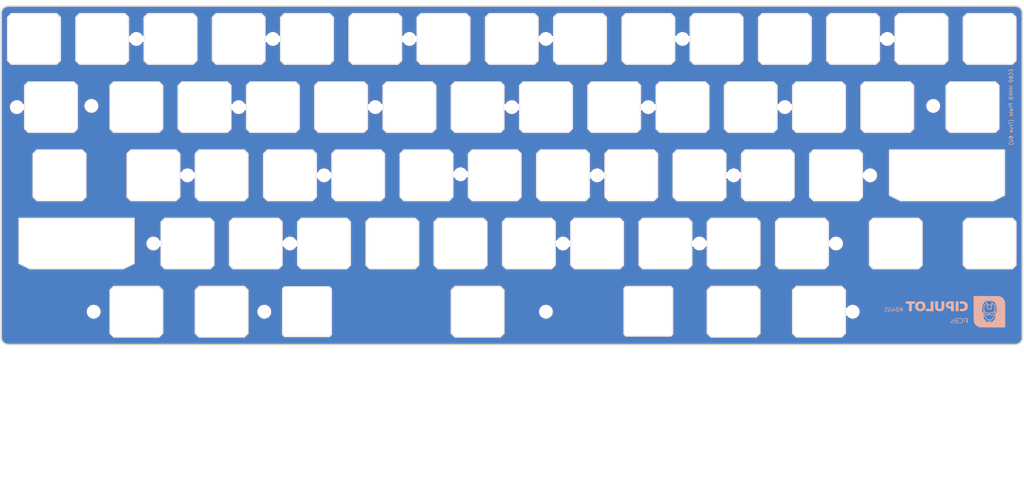
<source format=kicad_pcb>
(kicad_pcb (version 20211014) (generator pcbnew)
  (title_block (title "EC60 - HHKB Plate") (date "2022-07-17") (rev "1") (company "Cipulot  PCB Design") (comment 2 "Cipulot"))
  (layers (0 "F.Cu" signal) (31 "B.Cu" signal) (34 "B.Paste" user) (35 "F.Paste" user) (36 "B.SilkS" user "B.Silkscreen") (37 "F.SilkS" user "F.Silkscreen") (38 "B.Mask" user) (39 "F.Mask" user) (44 "Edge.Cuts" user))
  (net 0 "")
  (footprint "cipulot_parts:plate_cut_ecs_pad" (layer "F.Cu") (at 300.037704 189.30966)
    (fp_text reference "SW30")
    (fp_text value "EC_SW" hide)
    (fp_line (start -6.3 -7) (end -7.3 -6) (layer "Edge.Cuts") (width 0.12))
    (fp_line (start -7.3 -6) (end -7.3 6) (layer "Edge.Cuts") (width 0.12))
    (fp_line (start 6.3 -7) (end 7.3 -6) (layer "Edge.Cuts") (width 0.12))
    (fp_line (start 7.3 6) (end 7.3 -6) (layer "Edge.Cuts") (width 0.12))
    (fp_line (start -6.3 7) (end 6.3 7) (layer "Edge.Cuts") (width 0.12))
    (fp_line (start -7.3 6) (end -6.3 7) (layer "Edge.Cuts") (width 0.12))
    (fp_line (start 6.3 -7) (end -6.3 -7) (layer "Edge.Cuts") (width 0.12))
    (fp_line (start 6.3 7) (end 7.3 6) (layer "Edge.Cuts") (width 0.12))
  )
  (footprint "cipulot_parts:plate_cut_ecs_pad" (layer "F.Cu") (at 280.987704 132.15966)
    (fp_text reference "SW28")
    (fp_text value "EC_SW" hide)
    (fp_line (start 6.3 7) (end 7.3 6) (layer "Edge.Cuts") (width 0.12))
    (fp_line (start 6.3 -7) (end -6.3 -7) (layer "Edge.Cuts") (width 0.12))
    (fp_line (start -7.3 6) (end -6.3 7) (layer "Edge.Cuts") (width 0.12))
    (fp_line (start -7.3 -6) (end -7.3 6) (layer "Edge.Cuts") (width 0.12))
    (fp_line (start -6.3 -7) (end -7.3 -6) (layer "Edge.Cuts") (width 0.12))
    (fp_line (start 7.3 6) (end 7.3 -6) (layer "Edge.Cuts") (width 0.12))
    (fp_line (start 6.3 -7) (end 7.3 -6) (layer "Edge.Cuts") (width 0.12))
    (fp_line (start -6.3 7) (end 6.3 7) (layer "Edge.Cuts") (width 0.12))
  )
  (footprint "cipulot_parts:plate_cut_ecs_pad" (layer "F.Cu") (at 100.012704 113.10966)
    (fp_text reference "SW3")
    (fp_text value "EC_SW" hide)
    (fp_line (start 6.3 7) (end 7.3 6) (layer "Edge.Cuts") (width 0.12))
    (fp_line (start -7.3 -6) (end -7.3 6) (layer "Edge.Cuts") (width 0.12))
    (fp_line (start 6.3 -7) (end 7.3 -6) (layer "Edge.Cuts") (width 0.12))
    (fp_line (start 7.3 6) (end 7.3 -6) (layer "Edge.Cuts") (width 0.12))
    (fp_line (start -7.3 6) (end -6.3 7) (layer "Edge.Cuts") (width 0.12))
    (fp_line (start -6.3 -7) (end -7.3 -6) (layer "Edge.Cuts") (width 0.12))
    (fp_line (start 6.3 -7) (end -6.3 -7) (layer "Edge.Cuts") (width 0.12))
    (fp_line (start -6.3 7) (end 6.3 7) (layer "Edge.Cuts") (width 0.12))
  )
  (footprint "cipulot_parts:plate_cut_ecs_pad" (layer "F.Cu") (at 147.637704 132.15966)
    (fp_text reference "SW21")
    (fp_text value "EC_SW" hide)
    (fp_line (start 6.3 -7) (end -6.3 -7) (layer "Edge.Cuts") (width 0.12))
    (fp_line (start -7.3 -6) (end -7.3 6) (layer "Edge.Cuts") (width 0.12))
    (fp_line (start -7.3 6) (end -6.3 7) (layer "Edge.Cuts") (width 0.12))
    (fp_line (start 6.3 -7) (end 7.3 -6) (layer "Edge.Cuts") (width 0.12))
    (fp_line (start -6.3 -7) (end -7.3 -6) (layer "Edge.Cuts") (width 0.12))
    (fp_line (start -6.3 7) (end 6.3 7) (layer "Edge.Cuts") (width 0.12))
    (fp_line (start 7.3 6) (end 7.3 -6) (layer "Edge.Cuts") (width 0.12))
    (fp_line (start 6.3 7) (end 7.3 6) (layer "Edge.Cuts") (width 0.12))
  )
  (footprint "" (layer "F.Cu") (at 261.937704 113.10966)
    (fp_text reference "")
    (fp_text value "")
  )
  (footprint "cipulot_parts:plate_cut_ecs_pad" (layer "F.Cu") (at 271.462704 113.10966)
    (fp_text reference "SW12")
    (fp_text value "EC_SW" hide)
    (fp_line (start 6.3 -7) (end 7.3 -6) (layer "Edge.Cuts") (width 0.12))
    (fp_line (start -6.3 -7) (end -7.3 -6) (layer "Edge.Cuts") (width 0.12))
    (fp_line (start -7.3 -6) (end -7.3 6) (layer "Edge.Cuts") (width 0.12))
    (fp_line (start -7.3 6) (end -6.3 7) (layer "Edge.Cuts") (width 0.12))
    (fp_line (start -6.3 7) (end 6.3 7) (layer "Edge.Cuts") (width 0.12))
    (fp_line (start 6.3 -7) (end -6.3 -7) (layer "Edge.Cuts") (width 0.12))
    (fp_line (start 7.3 6) (end 7.3 -6) (layer "Edge.Cuts") (width 0.12))
    (fp_line (start 6.3 7) (end 7.3 6) (layer "Edge.Cuts") (width 0.12))
  )
  (footprint "cipulot_parts:plate_cut_ecs_pad" (layer "F.Cu") (at 109.537704 132.15966)
    (fp_text reference "SW19")
    (fp_text value "EC_SW" hide)
    (fp_line (start 6.3 -7) (end -6.3 -7) (layer "Edge.Cuts") (width 0.12))
    (fp_line (start 6.3 7) (end 7.3 6) (layer "Edge.Cuts") (width 0.12))
    (fp_line (start 6.3 -7) (end 7.3 -6) (layer "Edge.Cuts") (width 0.12))
    (fp_line (start -7.3 6) (end -6.3 7) (layer "Edge.Cuts") (width 0.12))
    (fp_line (start -6.3 -7) (end -7.3 -6) (layer "Edge.Cuts") (width 0.12))
    (fp_line (start -6.3 7) (end 6.3 7) (layer "Edge.Cuts") (width 0.12))
    (fp_line (start -7.3 -6) (end -7.3 6) (layer "Edge.Cuts") (width 0.12))
    (fp_line (start 7.3 6) (end 7.3 -6) (layer "Edge.Cuts") (width 0.12))
  )
  (footprint "cipulot_parts:plate_cut_ecs_pad" (layer "F.Cu") (at 214.312704 113.10966)
    (fp_text reference "SW9")
    (fp_text value "EC_SW" hide)
    (fp_line (start 6.3 -7) (end 7.3 -6) (layer "Edge.Cuts") (width 0.12))
    (fp_line (start -6.3 -7) (end -7.3 -6) (layer "Edge.Cuts") (width 0.12))
    (fp_line (start 6.3 -7) (end -6.3 -7) (layer "Edge.Cuts") (width 0.12))
    (fp_line (start -7.3 6) (end -6.3 7) (layer "Edge.Cuts") (width 0.12))
    (fp_line (start 6.3 7) (end 7.3 6) (layer "Edge.Cuts") (width 0.12))
    (fp_line (start 7.3 6) (end 7.3 -6) (layer "Edge.Cuts") (width 0.12))
    (fp_line (start -7.3 -6) (end -7.3 6) (layer "Edge.Cuts") (width 0.12))
    (fp_line (start -6.3 7) (end 6.3 7) (layer "Edge.Cuts") (width 0.12))
  )
  (footprint "" (layer "F.Cu") (at 252.412704 132.15966)
    (fp_text reference "")
    (fp_text value "")
  )
  (footprint "cipulot_parts:plate_cut_ecs_pad" (layer "F.Cu") (at 195.262704 113.10966)
    (fp_text reference "SW8")
    (fp_text value "EC_SW" hide)
    (fp_line (start -7.3 6) (end -6.3 7) (layer "Edge.Cuts") (width 0.12))
    (fp_line (start 7.3 6) (end 7.3 -6) (layer "Edge.Cuts") (width 0.12))
    (fp_line (start -6.3 -7) (end -7.3 -6) (layer "Edge.Cuts") (width 0.12))
    (fp_line (start -6.3 7) (end 6.3 7) (layer "Edge.Cuts") (width 0.12))
    (fp_line (start 6.3 -7) (end -6.3 -7) (layer "Edge.Cuts") (width 0.12))
    (fp_line (start 6.3 -7) (end 7.3 -6) (layer "Edge.Cuts") (width 0.12))
    (fp_line (start 6.3 7) (end 7.3 6) (layer "Edge.Cuts") (width 0.12))
    (fp_line (start -7.3 -6) (end -7.3 6) (layer "Edge.Cuts") (width 0.12))
  )
  (footprint "cipulot_parts:plate_cut_ecs_pad" (layer "F.Cu") (at 176.212704 113.10966)
    (fp_text reference "SW7")
    (fp_text value "EC_SW" hide)
    (fp_line (start 6.3 -7) (end 7.3 -6) (layer "Edge.Cuts") (width 0.12))
    (fp_line (start 6.3 -7) (end -6.3 -7) (layer "Edge.Cuts") (width 0.12))
    (fp_line (start 6.3 7) (end 7.3 6) (layer "Edge.Cuts") (width 0.12))
    (fp_line (start -6.3 -7) (end -7.3 -6) (layer "Edge.Cuts") (width 0.12))
    (fp_line (start -7.3 6) (end -6.3 7) (layer "Edge.Cuts") (width 0.12))
    (fp_line (start -6.3 7) (end 6.3 7) (layer "Edge.Cuts") (width 0.12))
    (fp_line (start 7.3 6) (end 7.3 -6) (layer "Edge.Cuts") (width 0.12))
    (fp_line (start -7.3 -6) (end -7.3 6) (layer "Edge.Cuts") (width 0.12))
  )
  (footprint "" (layer "F.Cu") (at 266.700204 170.25966)
    (fp_text reference "")
    (fp_text value "")
  )
  (footprint "cipulot_parts:plate_cut_ecs_pad" (layer "F.Cu") (at 209.550204 151.20966)
    (fp_text reference "SW39")
    (fp_text value "EC_SW" hide)
    (fp_line (start 6.3 7) (end 7.3 6) (layer "Edge.Cuts") (width 0.12))
    (fp_line (start -6.3 -7) (end -7.3 -6) (layer "Edge.Cuts") (width 0.12))
    (fp_line (start 7.3 6) (end 7.3 -6) (layer "Edge.Cuts") (width 0.12))
    (fp_line (start -7.3 -6) (end -7.3 6) (layer "Edge.Cuts") (width 0.12))
    (fp_line (start 6.3 -7) (end -6.3 -7) (layer "Edge.Cuts") (width 0.12))
    (fp_line (start 6.3 -7) (end 7.3 -6) (layer "Edge.Cuts") (width 0.12))
    (fp_line (start -7.3 6) (end -6.3 7) (layer "Edge.Cuts") (width 0.12))
    (fp_line (start -6.3 7) (end 6.3 7) (layer "Edge.Cuts") (width 0.12))
  )
  (footprint "cipulot_parts:plate_cut_ecs_pad" (layer "F.Cu") (at 266.700204 151.20966)
    (fp_text reference "SW42")
    (fp_text value "EC_SW" hide)
    (fp_line (start -6.3 7) (end 6.3 7) (layer "Edge.Cuts") (width 0.12))
    (fp_line (start 7.3 6) (end 7.3 -6) (layer "Edge.Cuts") (width 0.12))
    (fp_line (start 6.3 -7) (end 7.3 -6) (layer "Edge.Cuts") (width 0.12))
    (fp_line (start 6.3 7) (end 7.3 6) (layer "Edge.Cuts") (width 0.12))
    (fp_line (start -6.3 -7) (end -7.3 -6) (layer "Edge.Cuts") (width 0.12))
    (fp_line (start 6.3 -7) (end -6.3 -7) (layer "Edge.Cuts") (width 0.12))
    (fp_line (start -7.3 6) (end -6.3 7) (layer "Edge.Cuts") (width 0.12))
    (fp_line (start -7.3 -6) (end -7.3 6) (layer "Edge.Cuts") (width 0.12))
  )
  (footprint "cipulot_parts:plate_cut_ecs_pad" (layer "F.Cu") (at 109.537704 189.30966)
    (fp_text reference "SW64")
    (fp_text value "EC_SW" hide)
    (fp_line (start -6.3 -7) (end -7.3 -6) (layer "Edge.Cuts") (width 0.12))
    (fp_line (start 7.3 6) (end 7.3 -6) (layer "Edge.Cuts") (width 0.12))
    (fp_line (start 6.3 -7) (end -6.3 -7) (layer "Edge.Cuts") (width 0.12))
    (fp_line (start 6.3 -7) (end 7.3 -6) (layer "Edge.Cuts") (width 0.12))
    (fp_line (start 6.3 7) (end 7.3 6) (layer "Edge.Cuts") (width 0.12))
    (fp_line (start -6.3 7) (end 6.3 7) (layer "Edge.Cuts") (width 0.12))
    (fp_line (start -7.3 -6) (end -7.3 6) (layer "Edge.Cuts") (width 0.12))
    (fp_line (start -7.3 6) (end -6.3 7) (layer "Edge.Cuts") (width 0.12))
  )
  (footprint "cipulot_parts:plate_cut_ecs_pad" (layer "F.Cu") (at 252.412704 113.10966)
    (fp_text reference "SW11")
    (fp_text value "EC_SW" hide)
    (fp_line (start 7.3 6) (end 7.3 -6) (layer "Edge.Cuts") (width 0.12))
    (fp_line (start -6.3 -7) (end -7.3 -6) (layer "Edge.Cuts") (width 0.12))
    (fp_line (start 6.3 -7) (end -6.3 -7) (layer "Edge.Cuts") (width 0.12))
    (fp_line (start 6.3 7) (end 7.3 6) (layer "Edge.Cuts") (width 0.12))
    (fp_line (start -7.3 -6) (end -7.3 6) (layer "Edge.Cuts") (width 0.12))
    (fp_line (start 6.3 -7) (end 7.3 -6) (layer "Edge.Cuts") (width 0.12))
    (fp_line (start -7.3 6) (end -6.3 7) (layer "Edge.Cuts") (width 0.12))
    (fp_line (start -6.3 7) (end 6.3 7) (layer "Edge.Cuts") (width 0.12))
  )
  (footprint "cipulot_parts:plate_cut_ecs_pad" (layer "F.Cu") (at 85.725204 132.15966)
    (fp_text reference "SW18")
    (fp_text value "EC_SW" hide)
    (fp_line (start -7.3 6) (end -6.3 7) (layer "Edge.Cuts") (width 0.12))
    (fp_line (start -7.3 -6) (end -7.3 6) (layer "Edge.Cuts") (width 0.12))
    (fp_line (start -6.3 7) (end 6.3 7) (layer "Edge.Cuts") (width 0.12))
    (fp_line (start 6.3 -7) (end 7.3 -6) (layer "Edge.Cuts") (width 0.12))
    (fp_line (start 6.3 7) (end 7.3 6) (layer "Edge.Cuts") (width 0.12))
    (fp_line (start 7.3 6) (end 7.3 -6) (layer "Edge.Cuts") (width 0.12))
    (fp_line (start -6.3 -7) (end -7.3 -6) (layer "Edge.Cuts") (width 0.12))
    (fp_line (start 6.3 -7) (end -6.3 -7) (layer "Edge.Cuts") (width 0.12))
  )
  (footprint "cipulot_parts:plate_cut_ecs_pad" (layer "F.Cu") (at 228.600204 151.20966)
    (fp_text reference "SW40")
    (fp_text value "EC_SW" hide)
    (fp_line (start -7.3 -6) (end -7.3 6) (layer "Edge.Cuts") (width 0.12))
    (fp_line (start -7.3 6) (end -6.3 7) (layer "Edge.Cuts") (width 0.12))
    (fp_line (start 6.3 -7) (end -6.3 -7) (layer "Edge.Cuts") (width 0.12))
    (fp_line (start 7.3 6) (end 7.3 -6) (layer "Edge.Cuts") (width 0.12))
    (fp_line (start -6.3 7) (end 6.3 7) (layer "Edge.Cuts") (width 0.12))
    (fp_line (start 6.3 -7) (end 7.3 -6) (layer "Edge.Cuts") (width 0.12))
    (fp_line (start -6.3 -7) (end -7.3 -6) (layer "Edge.Cuts") (width 0.12))
    (fp_line (start 6.3 7) (end 7.3 6) (layer "Edge.Cuts") (width 0.12))
  )
  (footprint "cipulot_parts:plate_cut_ecs_pad" (layer "F.Cu") (at 138.112704 113.10966)
    (fp_text reference "SW5")
    (fp_text value "EC_SW" hide)
    (fp_line (start -6.3 7) (end 6.3 7) (layer "Edge.Cuts") (width 0.12))
    (fp_line (start 6.3 -7) (end -6.3 -7) (layer "Edge.Cuts") (width 0.12))
    (fp_line (start -7.3 -6) (end -7.3 6) (layer "Edge.Cuts") (width 0.12))
    (fp_line (start 6.3 -7) (end 7.3 -6) (layer "Edge.Cuts") (width 0.12))
    (fp_line (start -7.3 6) (end -6.3 7) (layer "Edge.Cuts") (width 0.12))
    (fp_line (start -6.3 -7) (end -7.3 -6) (layer "Edge.Cuts") (width 0.12))
    (fp_line (start 7.3 6) (end 7.3 -6) (layer "Edge.Cuts") (width 0.12))
    (fp_line (start 6.3 7) (end 7.3 6) (layer "Edge.Cuts") (width 0.12))
  )
  (footprint "" (layer "F.Cu") (at 147.637704 113.10966)
    (fp_text reference "")
    (fp_text value "")
  )
  (footprint "cipulot_parts:plate_cut_ecs_pad" (layer "F.Cu") (at 290.512704 113.10966)
    (fp_text reference "SW13")
    (fp_text value "EC_SW" hide)
    (fp_line (start -6.3 -7) (end -7.3 -6) (layer "Edge.Cuts") (width 0.12))
    (fp_line (start 6.3 -7) (end -6.3 -7) (layer "Edge.Cuts") (width 0.12))
    (fp_line (start -6.3 7) (end 6.3 7) (layer "Edge.Cuts") (width 0.12))
    (fp_line (start 7.3 6) (end 7.3 -6) (layer "Edge.Cuts") (width 0.12))
    (fp_line (start 6.3 -7) (end 7.3 -6) (layer "Edge.Cuts") (width 0.12))
    (fp_line (start 6.3 7) (end 7.3 6) (layer "Edge.Cuts") (width 0.12))
    (fp_line (start -7.3 -6) (end -7.3 6) (layer "Edge.Cuts") (width 0.12))
    (fp_line (start -7.3 6) (end -6.3 7) (layer "Edge.Cuts") (width 0.12))
  )
  (footprint "cipulot_parts:plate_cut_ecs_pad" (layer "F.Cu") (at 295.275204 170.25966)
    (fp_text reference "SW59")
    (fp_text value "EC_SW" hide)
    (fp_line (start -6.3 7) (end 6.3 7) (layer "Edge.Cuts") (width 0.12))
    (fp_line (start -7.3 -6) (end -7.3 6) (layer "Edge.Cuts") (width 0.12))
    (fp_line (start 6.3 7) (end 7.3 6) (layer "Edge.Cuts") (width 0.12))
    (fp_line (start 7.3 6) (end 7.3 -6) (layer "Edge.Cuts") (width 0.12))
    (fp_line (start -7.3 6) (end -6.3 7) (layer "Edge.Cuts") (width 0.12))
    (fp_line (start -6.3 -7) (end -7.3 -6) (layer "Edge.Cuts") (width 0.12))
    (fp_line (start 6.3 -7) (end 7.3 -6) (layer "Edge.Cuts") (width 0.12))
    (fp_line (start 6.3 -7) (end -6.3 -7) (layer "Edge.Cuts") (width 0.12))
  )
  (footprint "" (layer "F.Cu") (at 97.631468 189.30966)
    (fp_text reference "")
    (fp_text value "")
  )
  (footprint "" (layer "F.Cu") (at 276.225204 151.20966)
    (fp_text reference "")
    (fp_text value "")
  )
  (footprint "cipulot_parts:plate_cut_wide_ecs_pad" (layer "F.Cu") (at 335.756454 151.20966)
    (fp_text reference "SW32")
    (fp_text value "ISO_Enter" hide)
    (fp_line (start 16 0) (end 16 5.5) (layer "Edge.Cuts") (width 0.12))
    (fp_line (start 13 7) (end -13 7) (layer "Edge.Cuts") (width 0.12))
    (fp_line (start 16 5.5) (end 13 7) (layer "Edge.Cuts") (width 0.12))
    (fp_line (start -16 0) (end -16 5.5) (layer "Edge.Cuts") (width 0.12))
    (fp_line (start -16 0) (end -16 -7) (layer "Edge.Cuts") (width 0.12))
    (fp_line (start -16 -7) (end 16 -7) (layer "Edge.Cuts") (width 0.12))
    (fp_line (start 16 -7) (end 16 0) (layer "Edge.Cuts") (width 0.12))
    (fp_line (start -16 5.5) (end -13 7) (layer "Edge.Cuts") (width 0.12))
  )
  (footprint "" (layer "F.Cu") (at 123.825204 151.20966)
    (fp_text reference "")
    (fp_text value "")
  )
  (footprint "cipulot_parts:plate_cut_ecs_pad" (layer "F.Cu") (at 142.875204 170.25966)
    (fp_text reference "SW51")
    (fp_text value "EC_SW" hide)
    (fp_line (start 7.3 6) (end 7.3 -6) (layer "Edge.Cuts") (width 0.12))
    (fp_line (start -7.3 6) (end -6.3 7) (layer "Edge.Cuts") (width 0.12))
    (fp_line (start 6.3 -7) (end 7.3 -6) (layer "Edge.Cuts") (width 0.12))
    (fp_line (start -6.3 7) (end 6.3 7) (layer "Edge.Cuts") (width 0.12))
    (fp_line (start 6.3 -7) (end -6.3 -7) (layer "Edge.Cuts") (width 0.12))
    (fp_line (start 6.3 7) (end 7.3 6) (layer "Edge.Cuts") (width 0.12))
    (fp_line (start -7.3 -6) (end -7.3 6) (layer "Edge.Cuts") (width 0.12))
    (fp_line (start -6.3 -7) (end -7.3 -6) (layer "Edge.Cuts") (width 0.12))
  )
  (footprint "cipulot_parts:plate_cut_ecs_pad" (layer "F.Cu") (at 200.025204 170.25966)
    (fp_text reference "SW54")
    (fp_text value "EC_SW" hide)
    (fp_line (start -6.3 7) (end 6.3 7) (layer "Edge.Cuts") (width 0.12))
    (fp_line (start -7.3 6) (end -6.3 7) (layer "Edge.Cuts") (width 0.12))
    (fp_line (start -6.3 -7) (end -7.3 -6) (layer "Edge.Cuts") (width 0.12))
    (fp_line (start 6.3 -7) (end 7.3 -6) (layer "Edge.Cuts") (width 0.12))
    (fp_line (start 7.3 6) (end 7.3 -6) (layer "Edge.Cuts") (width 0.12))
    (fp_line (start -7.3 -6) (end -7.3 6) (layer "Edge.Cuts") (width 0.12))
    (fp_line (start 6.3 -7) (end -6.3 -7) (layer "Edge.Cuts") (width 0.12))
    (fp_line (start 6.3 7) (end 7.3 6) (layer "Edge.Cuts") (width 0.12))
  )
  (footprint "cipulot_parts:plate_cut_ecs_pad" (layer "F.Cu") (at 180.975204 170.25966)
    (fp_text reference "SW53")
    (fp_text value "EC_SW" hide)
    (fp_line (start 6.3 -7) (end -6.3 -7) (layer "Edge.Cuts") (width 0.12))
    (fp_line (start -7.3 -6) (end -7.3 6) (layer "Edge.Cuts") (width 0.12))
    (fp_line (start 6.3 7) (end 7.3 6) (layer "Edge.Cuts") (width 0.12))
    (fp_line (start -6.3 7) (end 6.3 7) (layer "Edge.Cuts") (width 0.12))
    (fp_line (start -6.3 -7) (end -7.3 -6) (layer "Edge.Cuts") (width 0.12))
    (fp_line (start -7.3 6) (end -6.3 7) (layer "Edge.Cuts") (width 0.12))
    (fp_line (start 7.3 6) (end 7.3 -6) (layer "Edge.Cuts") (width 0.12))
    (fp_line (start 6.3 -7) (end 7.3 -6) (layer "Edge.Cuts") (width 0.12))
  )
  (footprint "cipulot_parts:plate_cut_ecs_pad" (layer "F.Cu") (at 161.925204 170.25966)
    (fp_text reference "SW52")
    (fp_text value "EC_SW" hide)
    (fp_line (start 7.3 6) (end 7.3 -6) (layer "Edge.Cuts") (width 0.12))
    (fp_line (start -7.3 6) (end -6.3 7) (layer "Edge.Cuts") (width 0.12))
    (fp_line (start 6.3 -7) (end -6.3 -7) (layer "Edge.Cuts") (width 0.12))
    (fp_line (start -6.3 7) (end 6.3 7) (layer "Edge.Cuts") (width 0.12))
    (fp_line (start -6.3 -7) (end -7.3 -6) (layer "Edge.Cuts") (width 0.12))
    (fp_line (start 6.3 -7) (end 7.3 -6) (layer "Edge.Cuts") (width 0.12))
    (fp_line (start 6.3 7) (end 7.3 6) (layer "Edge.Cuts") (width 0.12))
    (fp_line (start -7.3 -6) (end -7.3 6) (layer "Edge.Cuts") (width 0.12))
  )
  (footprint "cipulot_parts:plate_cut_ecs_pad" (layer "F.Cu") (at 133.350204 151.20966)
    (fp_text reference "SW35")
    (fp_text value "EC_SW" hide)
    (fp_line (start -7.3 6) (end -6.3 7) (layer "Edge.Cuts") (width 0.12))
    (fp_line (start 6.3 7) (end 7.3 6) (layer "Edge.Cuts") (width 0.12))
    (fp_line (start 6.3 -7) (end -6.3 -7) (layer "Edge.Cuts") (width 0.12))
    (fp_line (start 6.3 -7) (end 7.3 -6) (layer "Edge.Cuts") (width 0.12))
    (fp_line (start -7.3 -6) (end -7.3 6) (layer "Edge.Cuts") (width 0.12))
    (fp_line (start -6.3 7) (end 6.3 7) (layer "Edge.Cuts") (width 0.12))
    (fp_line (start 7.3 6) (end 7.3 -6) (layer "Edge.Cuts") (width 0.12))
    (fp_line (start -6.3 -7) (end -7.3 -6) (layer "Edge.Cuts") (width 0.12))
  )
  (footprint "" (layer "F.Cu") (at 228.600204 170.25966)
    (fp_text reference "")
    (fp_text value "")
  )
  (footprint "cipulot_parts:plate_cut_ecs_pad" (layer "F.Cu") (at 128.587704 132.15966)
    (fp_text reference "SW20")
    (fp_text value "EC_SW" hide)
    (fp_line (start 7.3 6) (end 7.3 -6) (layer "Edge.Cuts") (width 0.12))
    (fp_line (start 6.3 -7) (end 7.3 -6) (layer "Edge.Cuts") (width 0.12))
    (fp_line (start -7.3 -6) (end -7.3 6) (layer "Edge.Cuts") (width 0.12))
    (fp_line (start -6.3 7) (end 6.3 7) (layer "Edge.Cuts") (width 0.12))
    (fp_line (start 6.3 7) (end 7.3 6) (layer "Edge.Cuts") (width 0.12))
    (fp_line (start -6.3 -7) (end -7.3 -6) (layer "Edge.Cuts") (width 0.12))
    (fp_line (start -7.3 6) (end -6.3 7) (layer "Edge.Cuts") (width 0.12))
    (fp_line (start 6.3 -7) (end -6.3 -7) (layer "Edge.Cuts") (width 0.12))
  )
  (footprint "cipulot_parts:plate_cut_ecs_pad" (layer "F.Cu") (at 171.450204 151.20966)
    (fp_text reference "SW37")
    (fp_text value "EC_SW" hide)
    (fp_line (start 7.3 6) (end 7.3 -6) (layer "Edge.Cuts") (width 0.12))
    (fp_line (start 6.3 7) (end 7.3 6) (layer "Edge.Cuts") (width 0.12))
    (fp_line (start 6.3 -7) (end -6.3 -7) (layer "Edge.Cuts") (width 0.12))
    (fp_line (start -6.3 7) (end 6.3 7) (layer "Edge.Cuts") (width 0.12))
    (fp_line (start 6.3 -7) (end 7.3 -6) (layer "Edge.Cuts") (width 0.12))
    (fp_line (start -7.3 -6) (end -7.3 6) (layer "Edge.Cuts") (width 0.12))
    (fp_line (start -6.3 -7) (end -7.3 -6) (layer "Edge.Cuts") (width 0.12))
    (fp_line (start -7.3 6) (end -6.3 7) (layer "Edge.Cuts") (width 0.12))
  )
  (footprint "" (layer "F.Cu") (at 76.200204 132.15966)
    (fp_text reference "")
    (fp_text value "")
  )
  (footprint "" (layer "F.Cu") (at 114.300204 170.25966)
    (fp_text reference "")
    (fp_text value "")
  )
  (footprint "cipulot_parts:plate_cut_ecs_pad" (layer "F.Cu") (at 190.500204 151.20966)
    (fp_text reference "SW38")
    (fp_text value "EC_SW" hide)
    (fp_line (start -6.3 -7) (end -7.3 -6) (layer "Edge.Cuts") (width 0.12))
    (fp_line (start -7.3 -6) (end -7.3 6) (layer "Edge.Cuts") (width 0.12))
    (fp_line (start -7.3 6) (end -6.3 7) (layer "Edge.Cuts") (width 0.12))
    (fp_line (start -6.3 7) (end 6.3 7) (layer "Edge.Cuts") (width 0.12))
    (fp_line (start 6.3 -7) (end -6.3 -7) (layer "Edge.Cuts") (width 0.12))
    (fp_line (start 6.3 7) (end 7.3 6) (layer "Edge.Cuts") (width 0.12))
    (fp_line (start 7.3 6) (end 7.3 -6) (layer "Edge.Cuts") (width 0.12))
    (fp_line (start 6.3 -7) (end 7.3 -6) (layer "Edge.Cuts") (width 0.12))
  )
  (footprint "cipulot_parts:plate_cut_ecs_pad" (layer "F.Cu") (at 321.468954 170.25966)
    (fp_text reference "SW30")
    (fp_text value "EC_SW" hide)
    (fp_line (start -6.3 -7) (end -7.3 -6) (layer "Edge.Cuts") (width 0.12))
    (fp_line (start -7.3 6) (end -6.3 7) (layer "Edge.Cuts") (width 0.12))
    (fp_line (start 6.3 -7) (end 7.3 -6) (layer "Edge.Cuts") (width 0.12))
    (fp_line (start -6.3 7) (end 6.3 7) (layer "Edge.Cuts") (width 0.12))
    (fp_line (start -7.3 -6) (end -7.3 6) (layer "Edge.Cuts") (width 0.12))
    (fp_line (start 6.3 -7) (end -6.3 -7) (layer "Edge.Cuts") (width 0.12))
    (fp_line (start 6.3 7) (end 7.3 6) (layer "Edge.Cuts") (width 0.12))
    (fp_line (start 7.3 6) (end 7.3 -6) (layer "Edge.Cuts") (width 0.12))
  )
  (footprint "cipulot_parts:plate_cut_ecs_pad" (layer "F.Cu") (at 119.062704 113.10966)
    (fp_text reference "SW4")
    (fp_text value "EC_SW" hide)
    (fp_line (start -6.3 7) (end 6.3 7) (layer "Edge.Cuts") (width 0.12))
    (fp_line (start 7.3 6) (end 7.3 -6) (layer "Edge.Cuts") (width 0.12))
    (fp_line (start -6.3 -7) (end -7.3 -6) (layer "Edge.Cuts") (width 0.12))
    (fp_line (start 6.3 7) (end 7.3 6) (layer "Edge.Cuts") (width 0.12))
    (fp_line (start -7.3 6) (end -6.3 7) (layer "Edge.Cuts") (width 0.12))
    (fp_line (start -7.3 -6) (end -7.3 6) (layer "Edge.Cuts") (width 0.12))
    (fp_line (start 6.3 -7) (end 7.3 -6) (layer "Edge.Cuts") (width 0.12))
    (fp_line (start 6.3 -7) (end -6.3 -7) (layer "Edge.Cuts") (width 0.12))
  )
  (footprint "cipulot_parts:plate_cut_ecs_pad" (layer "F.Cu") (at 276.225204 189.30966)
    (fp_text reference "SW30")
    (fp_text value "EC_SW" hide)
    (fp_line (start 6.3 -7) (end 7.3 -6) (layer "Edge.Cuts") (width 0.12))
    (fp_line (start -6.3 -7) (end -7.3 -6) (layer "Edge.Cuts") (width 0.12))
    (fp_line (start -6.3 7) (end 6.3 7) (layer "Edge.Cuts") (width 0.12))
    (fp_line (start 6.3 7) (end 7.3 6) (layer "Edge.Cuts") (width 0.12))
    (fp_line (start 7.3 6) (end 7.3 -6) (layer "Edge.Cuts") (width 0.12))
    (fp_line (start -7.3 6) (end -6.3 7) (layer "Edge.Cuts") (width 0.12))
    (fp_line (start 6.3 -7) (end -6.3 -7) (layer "Edge.Cuts") (width 0.12))
    (fp_line (start -7.3 -6) (end -7.3 6) (layer "Edge.Cuts") (width 0.12))
  )
  (footprint "cipulot_parts:plate_cut_ecs_pad" (layer "F.Cu") (at 152.400204 151.20966)
    (fp_text reference "SW36")
    (fp_text value "EC_SW" hide)
    (fp_line (start -6.3 7) (end 6.3 7) (layer "Edge.Cuts") (width 0.12))
    (fp_line (start -7.3 -6) (end -7.3 6) (layer "Edge.Cuts") (width 0.12))
    (fp_line (start 6.3 -7) (end -6.3 -7) (layer "Edge.Cuts") (width 0.12))
    (fp_line (start -6.3 -7) (end -7.3 -6) (layer "Edge.Cuts") (width 0.12))
    (fp_line (start 6.3 -7) (end 7.3 -6) (layer "Edge.Cuts") (width 0.12))
    (fp_line (start -7.3 6) (end -6.3 7) (layer "Edge.Cuts") (width 0.12))
    (fp_line (start 6.3 7) (end 7.3 6) (layer "Edge.Cuts") (width 0.12))
    (fp_line (start 7.3 6) (end 7.3 -6) (layer "Edge.Cuts") (width 0.12))
  )
  (footprint "cipulot_parts:plate_cut_ecs_pad" (layer "F.Cu") (at 233.362704 113.10966)
    (fp_text reference "SW10")
    (fp_text value "EC_SW" hide)
    (fp_line (start -6.3 -7) (end -7.3 -6) (layer "Edge.Cuts") (width 0.12))
    (fp_line (start -6.3 7) (end 6.3 7) (layer "Edge.Cuts") (width 0.12))
    (fp_line (start 7.3 6) (end 7.3 -6) (layer "Edge.Cuts") (width 0.12))
    (fp_line (start 6.3 7) (end 7.3 6) (layer "Edge.Cuts") (width 0.12))
    (fp_line (start 6.3 -7) (end 7.3 -6) (layer "Edge.Cuts") (width 0.12))
    (fp_line (start -7.3 6) (end -6.3 7) (layer "Edge.Cuts") (width 0.12))
    (fp_line (start 6.3 -7) (end -6.3 -7) (layer "Edge.Cuts") (width 0.12))
    (fp_line (start -7.3 -6) (end -7.3 6) (layer "Edge.Cuts") (width 0.12))
  )
  (footprint "cipulot_parts:plate_cut_ecs_pad" (layer "F.Cu") (at 123.825204 170.25966)
    (fp_text reference "SW50")
    (fp_text value "EC_SW" hide)
    (fp_line (start -7.3 -6) (end -7.3 6) (layer "Edge.Cuts") (width 0.12))
    (fp_line (start 6.3 -7) (end 7.3 -6) (layer "Edge.Cuts") (width 0.12))
    (fp_line (start 6.3 7) (end 7.3 6) (layer "Edge.Cuts") (width 0.12))
    (fp_line (start 7.3 6) (end 7.3 -6) (layer "Edge.Cuts") (width 0.12))
    (fp_line (start 6.3 -7) (end -6.3 -7) (layer "Edge.Cuts") (width 0.12))
    (fp_line (start -6.3 -7) (end -7.3 -6) (layer "Edge.Cuts") (width 0.12))
    (fp_line (start -7.3 6) (end -6.3 7) (layer "Edge.Cuts") (width 0.12))
    (fp_line (start -6.3 7) (end 6.3 7) (layer "Edge.Cuts") (width 0.12))
  )
  (footprint "cipulot_parts:plate_cut_ecs_pad" (layer "F.Cu") (at 342.900204 132.15966)
    (fp_text reference "SW30")
    (fp_text value "EC_SW" hide)
    (fp_line (start 6.3 7) (end 7.3 6) (layer "Edge.Cuts") (width 0.12))
    (fp_line (start 6.3 -7) (end -6.3 -7) (layer "Edge.Cuts") (width 0.12))
    (fp_line (start 7.3 6) (end 7.3 -6) (layer "Edge.Cuts") (width 0.12))
    (fp_line (start -6.3 7) (end 6.3 7) (layer "Edge.Cuts") (width 0.12))
    (fp_line (start -6.3 -7) (end -7.3 -6) (layer "Edge.Cuts") (width 0.12))
    (fp_line (start -7.3 -6) (end -7.3 6) (layer "Edge.Cuts") (width 0.12))
    (fp_line (start -7.3 6) (end -6.3 7) (layer "Edge.Cuts") (width 0.12))
    (fp_line (start 6.3 -7) (end 7.3 -6) (layer "Edge.Cuts") (width 0.12))
  )
  (footprint "cipulot_parts:plate_cut_ecs_pad" (layer "F.Cu") (at 185.737704 132.15966)
    (fp_text reference "SW23")
    (fp_text value "EC_SW" hide)
    (fp_line (start -6.3 7) (end 6.3 7) (layer "Edge.Cuts") (width 0.12))
    (fp_line (start -7.3 6) (end -6.3 7) (layer "Edge.Cuts") (width 0.12))
    (fp_line (start 6.3 -7) (end -6.3 -7) (layer "Edge.Cuts") (width 0.12))
    (fp_line (start -7.3 -6) (end -7.3 6) (layer "Edge.Cuts") (width 0.12))
    (fp_line (start 6.3 7) (end 7.3 6) (layer "Edge.Cuts") (width 0.12))
    (fp_line (start -6.3 -7) (end -7.3 -6) (layer "Edge.Cuts") (width 0.12))
    (fp_line (start 6.3 -7) (end 7.3 -6) (layer "Edge.Cuts") (width 0.12))
    (fp_line (start 7.3 6) (end 7.3 -6) (layer "Edge.Cuts") (width 0.12))
  )
  (footprint "locallib:60_Outline-Modded-Extreme" (layer "F.Cu") (at 214.312704 151.20966)
    (fp_text reference "REF**" hide)
    (fp_text value "60_Outline" hide)
    (fp_line (start -140.5 -47.3) (end -100.801894 -47.3) (layer "Edge.Cuts") (width 0.3))
    (fp_line (start 100.501894 -47.3) (end -18.560606 -47.3) (layer "Edge.Cuts") (width 0.3))
    (fp_line (start 142.5 7.8) (end 142.5 45.3) (layer "Edge.Cuts") (width 0.3))
    (fp_line (start -142.5 7.8) (end -142.5 -45.3) (layer "Edge.Cuts") (width 0.3))
    (fp_line (start -140.5 47.3) (end -86.514394 47.3) (layer "Edge.Cuts") (width 0.3))
    (fp_line (start 86.214395 47.3) (end 140.5 47.3) (layer "Edge.Cuts") (width 0.3))
    (fp_line (start 142.5 7.8) (end 142.5 -45.3) (layer "Edge.Cuts") (width 0.3))
    (fp_line (start -18.560606 -47.3) (end -100.801894 -47.3) (layer "Edge.Cuts") (width 0.3))
    (fp_line (start 86.214395 47.3) (end -86.514394 47.3) (layer "Edge.Cuts") (width 0.3))
    (fp_line (start 100.501894 -47.3) (end 140.5 -47.3) (layer "Edge.Cuts") (width 0.3))
    (fp_line (start -142.5 45.3) (end -142.5 7.8) (layer "Edge.Cuts") (width 0.3))
    (fp_arc (start -140.5 47.3) (mid -141.914214 46.714214) (end -142.5 45.3) (layer "Edge.Cuts") (width 0.3))
    (fp_arc (start -142.5 -45.3) (mid -141.914214 -46.714214) (end -140.5 -47.3) (layer "Edge.Cuts") (width 0.3))
    (fp_arc (start 142.5 45.3) (mid 141.914214 46.714214) (end 140.5 47.3) (layer "Edge.Cuts") (width 0.3))
    (fp_arc (start 140.5 -47.3) (mid 141.914214 -46.714214) (end 142.5 -45.3) (layer "Edge.Cuts") (width 0.3))
  )
  (footprint "" (layer "F.Cu") (at 223.837704 113.10966)
    (fp_text reference "")
    (fp_text value "")
  )
  (footprint "cipulot_parts:plate_cut_ecs_pad" (layer "F.Cu") (at 204.787704 189.30966)
    (fp_text reference "SW30")
    (fp_text value "EC_SW" hide)
    (fp_line (start 6.3 -7) (end 7.3 -6) (layer "Edge.Cuts") (width 0.12))
    (fp_line (start -7.3 -6) (end -7.3 6) (layer "Edge.Cuts") (width 0.12))
    (fp_line (start -6.3 -7) (end -7.3 -6) (layer "Edge.Cuts") (width 0.12))
    (fp_line (start -6.3 7) (end 6.3 7) (layer "Edge.Cuts") (width 0.12))
    (fp_line (start -7.3 6) (end -6.3 7) (layer "Edge.Cuts") (width 0.12))
    (fp_line (start 6.3 -7) (end -6.3 -7) (layer "Edge.Cuts") (width 0.12))
    (fp_line (start 6.3 7) (end 7.3 6) (layer "Edge.Cuts") (width 0.12))
    (fp_line (start 7.3 6) (end 7.3 -6) (layer "Edge.Cuts") (width 0.12))
  )
  (footprint "" (layer "F.Cu") (at 185.737704 113.10966)
    (fp_text reference "")
    (fp_text value "")
  )
  (footprint "" (layer "F.Cu") (at 314.325204 151.20966)
    (fp_text reference "")
    (fp_text value "")
  )
  (footprint "" (layer "F.Cu") (at 304.800204 170.25966)
    (fp_text reference "")
    (fp_text value "")
  )
  (footprint "cipulot_parts:plate_cut_ecs_pad" (layer "F.Cu") (at 319.087704 132.15966)
    (fp_text reference "SW30")
    (fp_text value "EC_SW" hide)
    (fp_line (start -7.3 6) (end -6.3 7) (layer "Edge.Cuts") (width 0.12))
    (fp_line (start 6.3 7) (end 7.3 6) (layer "Edge.Cuts") (width 0.12))
    (fp_line (start -6.3 7) (end 6.3 7) (layer "Edge.Cuts") (width 0.12))
    (fp_line (start -6.3 -7) (end -7.3 -6) (layer "Edge.Cuts") (width 0.12))
    (fp_line (start 7.3 6) (end 7.3 -6) (layer "Edge.Cuts") (width 0.12))
    (fp_line (start 6.3 -7) (end -6.3 -7) (layer "Edge.Cuts") (width 0.12))
    (fp_line (start -7.3 -6) (end -7.3 6) (layer "Edge.Cuts") (width 0.12))
    (fp_line (start 6.3 -7) (end 7.3 -6) (layer "Edge.Cuts") (width 0.12))
  )
  (footprint "cipulot_parts:plate_cut_ecs_pad" (layer "F.Cu") (at 238.125204 170.25966)
    (fp_text reference "SW56")
    (fp_text value "EC_SW" hide)
    (fp_line (start 6.3 -7) (end 7.3 -6) (layer "Edge.Cuts") (width 0.12))
    (fp_line (start -7.3 6) (end -6.3 7) (layer "Edge.Cuts") (width 0.12))
    (fp_line (start -6.3 -7) (end -7.3 -6) (layer "Edge.Cuts") (width 0.12))
    (fp_line (start 6.3 7) (end 7.3 6) (layer "Edge.Cuts") (width 0.12))
    (fp_line (start 6.3 -7) (end -6.3 -7) (layer "Edge.Cuts") (width 0.12))
    (fp_line (start -6.3 7) (end 6.3 7) (layer "Edge.Cuts") (width 0.12))
    (fp_line (start 7.3 6) (end 7.3 -6) (layer "Edge.Cuts") (width 0.12))
    (fp_line (start -7.3 -6) (end -7.3 6) (layer "Edge.Cuts") (width 0.12))
  )
  (footprint "cipulot_parts:plate_cut_ecs_pad" (layer "F.Cu") (at 347.662704 170.25966)
    (fp_text reference "SW30")
    (fp_text value "EC_SW" hide)
    (fp_line (start 6.3 7) (end 7.3 6) (layer "Edge.Cuts") (width 0.12))
    (fp_line (start -6.3 -7) (end -7.3 -6) (layer "Edge.Cuts") (width 0.12))
    (fp_line (start -6.3 7) (end 6.3 7) (layer "Edge.Cuts") (width 0.12))
    (fp_line (start -7.3 6) (end -6.3 7) (layer "Edge.Cuts") (width 0.12))
    (fp_line (start 6.3 -7) (end -6.3 -7) (layer "Edge.Cuts") (width 0.12))
    (fp_line (start 6.3 -7) (end 7.3 -6) (layer "Edge.Cuts") (width 0.12))
    (fp_line (start 7.3 6) (end 7.3 -6) (layer "Edge.Cuts") (width 0.12))
    (fp_line (start -7.3 -6) (end -7.3 6) (layer "Edge.Cuts") (width 0.12))
  )
  (footprint "cipulot_parts:plate_cut_ecs_pad" (layer "F.Cu") (at 133.350204 189.30966)
    (fp_text reference "SW65")
    (fp_text value "EC_SW" hide)
    (fp_line (start 6.3 -7) (end -6.3 -7) (layer "Edge.Cuts") (width 0.12))
    (fp_line (start -7.3 6) (end -6.3 7) (layer "Edge.Cuts") (width 0.12))
    (fp_line (start -7.3 -6) (end -7.3 6) (layer "Edge.Cuts") (width 0.12))
    (fp_line (start 6.3 7) (end 7.3 6) (layer "Edge.Cuts") (width 0.12))
    (fp_line (start 6.3 -7) (end 7.3 -6) (layer "Edge.Cuts") (width 0.12))
    (fp_line (start 7.3 6) (end 7.3 -6) (layer "Edge.Cuts") (width 0.12))
    (fp_line (start -6.3 -7) (end -7.3 -6) (layer "Edge.Cuts") (width 0.12))
    (fp_line (start -6.3 7) (end 6.3 7) (layer "Edge.Cuts") (width 0.12))
  )
  (footprint "" (layer "F.Cu") (at 290.512704 132.15966)
    (fp_text reference "")
    (fp_text value "")
  )
  (footprint "cipulot_parts:plate_cut_ecs_pad" (layer "F.Cu") (at 304.800204 151.20966)
    (fp_text reference "SW44")
    (fp_text value "EC_SW" hide)
    (fp_line (start -7.3 -6) (end -7.3 6) (layer "Edge.Cuts") (width 0.12))
    (fp_line (start 6.3 -7) (end 7.3 -6) (layer "Edge.Cuts") (width 0.12))
    (fp_line (start -6.3 7) (end 6.3 7) (layer "Edge.Cuts") (width 0.12))
    (fp_line (start 6.3 -7) (end -6.3 -7) (layer "Edge.Cuts") (width 0.12))
    (fp_line (start 7.3 6) (end 7.3 -6) (layer "Edge.Cuts") (width 0.12))
    (fp_line (start 6.3 7) (end 7.3 6) (layer "Edge.Cuts") (width 0.12))
    (fp_line (start -7.3 6) (end -6.3 7) (layer "Edge.Cuts") (width 0.12))
    (fp_line (start -6.3 -7) (end -7.3 -6) (layer "Edge.Cuts") (width 0.12))
  )
  (footprint "" (layer "F.Cu") (at 145.256454 189.30966)
    (fp_text reference "")
    (fp_text value "")
  )
  (footprint "cipulot_parts:plate_cut_ecs_pad" (layer "F.Cu") (at 257.175204 170.25966)
    (fp_text reference "SW57")
    (fp_text value "EC_SW" hide)
    (fp_line (start 7.3 6) (end 7.3 -6) (layer "Edge.Cuts") (width 0.12))
    (fp_line (start 6.3 7) (end 7.3 6) (layer "Edge.Cuts") (width 0.12))
    (fp_line (start -7.3 -6) (end -7.3 6) (layer "Edge.Cuts") (width 0.12))
    (fp_line (start 6.3 -7) (end -6.3 -7) (layer "Edge.Cuts") (width 0.12))
    (fp_line (start -6.3 -7) (end -7.3 -6) (layer "Edge.Cuts") (width 0.12))
    (fp_line (start -7.3 6) (end -6.3 7) (layer "Edge.Cuts") (width 0.12))
    (fp_line (start -6.3 7) (end 6.3 7) (layer "Edge.Cuts") (width 0.12))
    (fp_line (start 6.3 -7) (end 7.3 -6) (layer "Edge.Cuts") (width 0.12))
  )
  (footprint "cipulot_parts:plate_cut_ecs_pad" (layer "F.Cu") (at 347.662704 113.10966)
    (fp_text reference "SW17")
    (fp_text value "EC_SW" hide)
    (fp_line (start -6.3 7) (end 6.3 7) (layer "Edge.Cuts") (width 0.12))
    (fp_line (start 6.3 -7) (end -6.3 -7) (layer "Edge.Cuts") (width 0.12))
    (fp_line (start 6.3 7) (end 7.3 6) (layer "Edge.Cuts") (width 0.12))
    (fp_line (start 6.3 -7) (end 7.3 -6) (layer "Edge.Cuts") (width 0.12))
    (fp_line (start -7.3 -6) (end -7.3 6) (layer "Edge.Cuts") (width 0.12))
    (fp_line (start -7.3 6) (end -6.3 7) (layer "Edge.Cuts") (width 0.12))
    (fp_line (start -6.3 -7) (end -7.3 -6) (layer "Edge.Cuts") (width 0.12))
    (fp_line (start 7.3 6) (end 7.3 -6) (layer "Edge.Cuts") (width 0.12))
  )
  (footprint "cipulot_parts:plate_cut_ecs_pad" (layer "F.Cu") (at 114.300204 151.20966)
    (fp_text reference "SW34")
    (fp_text value "EC_SW" hide)
    (fp_line (start 6.3 7) (end 7.3 6) (layer "Edge.Cuts") (width 0.12))
    (fp_line (start 6.3 -7) (end -6.3 -7) (layer "Edge.Cuts") (width 0.12))
    (fp_line (start -7.3 6) (end -6.3 7) (layer "Edge.Cuts") (width 0.12))
    (fp_line (start 6.3 -7) (end 7.3 -6) (layer "Edge.Cuts") (width 0.12))
    (fp_line (start -6.3 7) (end 6.3 7) (layer "Edge.Cuts") (width 0.12))
    (fp_line (start -6.3 -7) (end -7.3 -6) (layer "Edge.Cuts") (width 0.12))
    (fp_line (start -7.3 -6) (end -7.3 6) (layer "Edge.Cuts") (width 0.12))
    (fp_line (start 7.3 6) (end 7.3 -6) (layer "Edge.Cuts") (width 0.12))
  )
  (footprint "" (layer "F.Cu") (at 238.125204 151.20966)
    (fp_text reference "")
    (fp_text value "")
  )
  (footprint "cipulot_parts:plate_cut_6U_space_stab_ecs_pad" (layer "F.Cu") (at 204.787704 189.30966)
    (fp_text reference "REF**")
    (fp_text value "Value " hide)
    (fp_line (start 54.356 6.249) (end 54.356 -6.478) (layer "Edge.Cuts") (width 0.12))
    (fp_line (start -53.8556 -6.8705) (end -54.3626 -6.3635) (layer "Edge.Cuts") (width 0.12))
    (fp_line (start -53.8556 6.8705) (end -41.4076 6.8705) (layer "Edge.Cuts") (width 0.12))
    (fp_line (start 53.849 6.756) (end 54.356 6.249) (layer "Edge.Cuts") (width 0.12))
    (fp_line (start -54.3626 -6.3635) (end -54.3626 6.3635) (layer "Edge.Cuts") (width 0.12))
    (fp_line (start 40.894 -6.478) (end 41.394 -6.985) (layer "Edge.Cuts") (width 0.12))
    (fp_line (start -40.9006 -6.3635) (end -41.4076 -6.8705) (layer "Edge.Cuts") (width 0.12))
    (fp_line (start 40.894 6.249) (end 41.401 6.756) (layer "Edge.Cuts") (width 0.12))
    (fp_line (start -54.3626 6.3635) (end -53.8556 6.8705) (layer "Edge.Cuts") (width 0.12))
    (fp_line (start 40.894 -6.478) (end 40.894 6.249) (layer "Edge.Cuts") (width 0.12))
    (fp_line (start -40.9006 6.3635) (end -40.9006 -6.3635) (layer "Edge.Cuts") (width 0.12))
    (fp_line (start 41.401 6.756) (end 53.849 6.756) (layer "Edge.Cuts") (width 0.12))
    (fp_line (start 41.394 -6.985) (end 53.856 -6.985) (layer "Edge.Cuts") (width 0.12))
    (fp_line (start -41.4076 6.8705) (end -40.9006 6.3635) (layer "Edge.Cuts") (width 0.12))
    (fp_line (start 53.856 -6.985) (end 54.356 -6.478) (layer "Edge.Cuts") (width 0.12))
    (fp_line (start -41.4076 -6.8705) (end -53.8556 -6.8705) (layer "Edge.Cuts") (width 0.12))
  )
  (footprint "cipulot_parts:plate_cut_ecs_pad" (layer "F.Cu") (at 223.837704 132.15966)
    (fp_text reference "SW25")
    (fp_text value "EC_SW" hide)
    (fp_line (start 6.3 -7) (end -6.3 -7) (layer "Edge.Cuts") (width 0.12))
    (fp_line (start 6.3 -7) (end 7.3 -6) (layer "Edge.Cuts") (width 0.12))
    (fp_line (start 7.3 6) (end 7.3 -6) (layer "Edge.Cuts") (width 0.12))
    (fp_line (start -7.3 -6) (end -7.3 6) (layer "Edge.Cuts") (width 0.12))
    (fp_line (start -6.3 -7) (end -7.3 -6) (layer "Edge.Cuts") (width 0.12))
    (fp_line (start -6.3 7) (end 6.3 7) (layer "Edge.Cuts") (width 0.12))
    (fp_line (start 6.3 7) (end 7.3 6) (layer "Edge.Cuts") (width 0.12))
    (fp_line (start -7.3 6) (end -6.3 7) (layer "Edge.Cuts") (width 0.12))
  )
  (footprint "cipulot_parts:plate_cut_ecs_pad" (layer "F.Cu") (at 300.037704 132.15966)
    (fp_text reference "SW29")
    (fp_text value "EC_SW" hide)
    (fp_line (start -7.3 -6) (end -7.3 6) (layer "Edge.Cuts") (width 0.12))
    (fp_line (start 6.3 -7) (end -6.3 -7) (layer "Edge.Cuts") (width 0.12))
    (fp_line (start 7.3 6) (end 7.3 -6) (layer "Edge.Cuts") (width 0.12))
    (fp_line (start -6.3 -7) (end -7.3 -6) (layer "Edge.Cuts") (width 0.12))
    (fp_line (start -7.3 6) (end -6.3 7) (layer "Edge.Cuts") (width 0.12))
    (fp_line (start 6.3 -7) (end 7.3 -6) (layer "Edge.Cuts") (width 0.12))
    (fp_line (start 6.3 7) (end 7.3 6) (layer "Edge.Cuts") (width 0.12))
    (fp_line (start -6.3 7) (end 6.3 7) (layer "Edge.Cuts") (width 0.12))
  )
  (footprint "" (layer "F.Cu") (at 214.312704 132.15966)
    (fp_text reference "")
    (fp_text value "")
  )
  (footprint "cipulot_parts:plate_cut_ecs_pad" (layer "F.Cu") (at 261.937704 132.15966)
    (fp_text reference "SW27")
    (fp_text value "EC_SW" hide)
    (fp_line (start 7.3 6) (end 7.3 -6) (layer "Edge.Cuts") (width 0.12))
    (fp_line (start 6.3 7) (end 7.3 6) (layer "Edge.Cuts") (width 0.12))
    (fp_line (start -6.3 7) (end 6.3 7) (layer "Edge.Cuts") (width 0.12))
    (fp_line (start 6.3 -7) (end 7.3 -6) (layer "Edge.Cuts") (width 0.12))
    (fp_line (start 6.3 -7) (end -6.3 -7) (layer "Edge.Cuts") (width 0.12))
    (fp_line (start -6.3 -7) (end -7.3 -6) (layer "Edge.Cuts") (width 0.12))
    (fp_line (start -7.3 6) (end -6.3 7) (layer "Edge.Cuts") (width 0.12))
    (fp_line (start -7.3 -6) (end -7.3 6) (layer "Edge.Cuts") (width 0.12))
  )
  (footprint "cipulot_parts:plate_cut_ecs_pad" (layer "F.Cu") (at 204.787704 132.15966)
    (fp_text reference "SW24")
    (fp_text value "EC_SW" hide)
    (fp_line (start -6.3 7) (end 6.3 7) (layer "Edge.Cuts") (width 0.12))
    (fp_line (start -7.3 6) (end -6.3 7) (layer "Edge.Cuts") (width 0.12))
    (fp_line (start 7.3 6) (end 7.3 -6) (layer "Edge.Cuts") (width 0.12))
    (fp_line (start 6.3 -7) (end 7.3 -6) (layer "Edge.Cuts") (width 0.12))
    (fp_line (start 6.3 -7) (end -6.3 -7) (layer "Edge.Cuts") (width 0.12))
    (fp_line (start -6.3 -7) (end -7.3 -6) (layer "Edge.Cuts") (width 0.12))
    (fp_line (start -7.3 -6) (end -7.3 6) (layer "Edge.Cuts") (width 0.12))
    (fp_line (start 6.3 7) (end 7.3 6) (layer "Edge.Cuts") (width 0.12))
  )
  (footprint "cipulot_parts:plate_cut_ecs_pad" (layer "F.Cu") (at 88.106454 151.20966)
    (fp_text reference "SW54")
    (fp_text value "EC_SW" hide)
    (fp_line (start -6.3 7) (end 6.3 7) (layer "Edge.Cuts") (width 0.12))
    (fp_line (start 6.3 7) (end 7.3 6) (layer "Edge.Cuts") (width 0.12))
    (fp_line (start 6.3 -7) (end -6.3 -7) (layer "Edge.Cuts") (width 0.12))
    (fp_line (start 7.3 6) (end 7.3 -6) (layer "Edge.Cuts") (width 0.12))
    (fp_line (start 6.3 -7) (end 7.3 -6) (layer "Edge.Cuts") (width 0.12))
    (fp_line (start -7.3 6) (end -6.3 7) (layer "Edge.Cuts") (width 0.12))
    (fp_line (start -7.3 -6) (end -7.3 6) (layer "Edge.Cuts") (width 0.12))
    (fp_line (start -6.3 -7) (end -7.3 -6) (layer "Edge.Cuts") (width 0.12))
  )
  (footprint "cipulot_parts:plate_cut_wide_ecs_pad" (layer "F.Cu") (at 92.868954 170.25966)
    (fp_text reference "SW54")
    (fp_text value "EC_SW" hide)
    (fp_line (start 16 5.5) (end 13 7) (layer "Edge.Cuts") (width 0.12))
    (fp_line (start 16 -7) (end 16 0) (layer "Edge.Cuts") (width 0.12))
    (fp_line (start -16 0) (end -16 -7) (layer "Edge.Cuts") (width 0.12))
    (fp_line (start -16 -7) (end 16 -7) (layer "Edge.Cuts") (width 0.12))
    (fp_line (start 13 7) (end -13 7) (layer "Edge.Cuts") (width 0.12))
    (fp_line (start -16 5.5) (end -13 7) (layer "Edge.Cuts") (width 0.12))
    (fp_line (start -16 0) (end -16 5.5) (layer "Edge.Cuts") (width 0.12))
    (fp_line (start 16 0) (end 16 5.5) (layer "Edge.Cuts") (width 0.12))
  )
  (footprint "cipulot_parts:HOLE_M2" (layer "F.Cu") (at 109.537704 113.10966)
    (fp_text reference "H1" hide)
    (fp_text value "MountingHole" hide)
  )
  (footprint "cipulot_parts:plate_cut_ecs_pad" (layer "F.Cu") (at 309.562704 113.10966)
    (fp_text reference "SW14")
    (fp_text value "EC_SW" hide)
    (fp_line (start 7.3 6) (end 7.3 -6) (layer "Edge.Cuts") (width 0.12))
    (fp_line (start 6.3 7) (end 7.3 6) (layer "Edge.Cuts") (width 0.12))
    (fp_line (start -6.3 -7) (end -7.3 -6) (layer "Edge.Cuts") (width 0.12))
    (fp_line (start -7.3 6) (end -6.3 7) (layer "Edge.Cuts") (width 0.12))
    (fp_line (start -7.3 -6) (end -7.3 6) (layer "Edge.Cuts") (width 0.12))
    (fp_line (start 6.3 -7) (end 7.3 -6) (layer "Edge.Cuts") (width 0.12))
    (fp_line (start 6.3 -7) (end -6.3 -7) (layer "Edge.Cuts") (width 0.12))
    (fp_line (start -6.3 7) (end 6.3 7) (layer "Edge.Cuts") (width 0.12))
  )
  (footprint "cipulot_parts:plate_cut_ecs_pad" (layer "F.Cu") (at 166.687704 132.15966)
    (fp_text reference "SW22")
    (fp_text value "EC_SW" hide)
    (fp_line (start 6.3 -7) (end -6.3 -7) (layer "Edge.Cuts") (width 0.12))
    (fp_line (start 7.3 6) (end 7.3 -6) (layer "Edge.Cuts") (width 0.12))
    (fp_line (start -6.3 7) (end 6.3 7) (layer "Edge.Cuts") (width 0.12))
    (fp_line (start 6.3 7) (end 7.3 6) (layer "Edge.Cuts") (width 0.12))
    (fp_line (start 6.3 -7) (end 7.3 -6) (layer "Edge.Cuts") (width 0.12))
    (fp_line (start -7.3 6) (end -6.3 7) (layer "Edge.Cuts") (width 0.12))
    (fp_line (start -6.3 -7) (end -7.3 -6) (layer "Edge.Cuts") (width 0.12))
    (fp_line (start -7.3 -6) (end -7.3 6) (layer "Edge.Cuts") (width 0.12))
  )
  (footprint "" (layer "F.Cu") (at 223.837704 189.30966)
    (fp_text reference "")
    (fp_text value "")
  )
  (footprint "cipulot_parts:plate_cut_ecs_pad" (layer "F.Cu") (at 276.225204 170.25966)
    (fp_text reference "SW58")
    (fp_text value "EC_SW" hide)
    (fp_line (start 6.3 7) (end 7.3 6) (layer "Edge.Cuts") (width 0.12))
    (fp_line (start -7.3 -6) (end -7.3 6) (layer "Edge.Cuts") (width 0.12))
    (fp_line (start -6.3 -7) (end -7.3 -6) (layer "Edge.Cuts") (width 0.12))
    (fp_line (start 6.3 -7) (end -6.3 -7) (layer "Edge.Cuts") (width 0.12))
    (fp_line (start 7.3 6) (end 7.3 -6) (layer "Edge.Cuts") (width 0.12))
    (fp_line (start -7.3 6) (end -6.3 7) (layer "Edge.Cuts") (width 0.12))
    (fp_line (start -6.3 7) (end 6.3 7) (layer "Edge.Cuts") (width 0.12))
    (fp_line (start 6.3 -7) (end 7.3 -6) (layer "Edge.Cuts") (width 0.12))
  )
  (footprint "" (layer "F.Cu") (at 319.087704 113.10966)
    (fp_text reference "")
    (fp_text value "")
  )
  (footprint "cipulot_parts:plate_cut_ecs_pad" (layer "F.Cu") (at 247.650204 151.20966)
    (fp_text reference "SW41")
    (fp_text value "EC_SW" hide)
    (fp_line (start -7.3 -6) (end -7.3 6) (layer "Edge.Cuts") (width 0.12))
    (fp_line (start -6.3 -7) (end -7.3 -6) (layer "Edge.Cuts") (width 0.12))
    (fp_line (start -7.3 6) (end -6.3 7) (layer "Edge.Cuts") (width 0.12))
    (fp_line (start -6.3 7) (end 6.3 7) (layer "Edge.Cuts") (width 0.12))
    (fp_line (start 6.3 7) (end 7.3 6) (layer "Edge.Cuts") (width 0.12))
    (fp_line (start 7.3 6) (end 7.3 -6) (layer "Edge.Cuts") (width 0.12))
    (fp_line (start 6.3 -7) (end -6.3 -7) (layer "Edge.Cuts") (width 0.12))
    (fp_line (start 6.3 -7) (end 7.3 -6) (layer "Edge.Cuts") (width 0.12))
  )
  (footprint "" (layer "F.Cu") (at 176.212704 132.15966)
    (fp_text reference "")
    (fp_text value "")
  )
  (footprint "cipulot_parts:plate_cut_ecs_pad" (layer "F.Cu") (at 80.962704 113.10966)
    (fp_text reference "SW2")
    (fp_text value "EC_SW" hide)
    (fp_line (start 6.3 7) (end 7.3 6) (layer "Edge.Cuts") (width 0.12))
    (fp_line (start -6.3 7) (end 6.3 7) (layer "Edge.Cuts") (width 0.12))
    (fp_line (start 6.3 -7) (end 7.3 -6) (layer "Edge.Cuts") (width 0.12))
    (fp_line (start 7.3 6) (end 7.3 -6) (layer "Edge.Cuts") (width 0.12))
    (fp_line (start -7.3 -6) (end -7.3 6) (layer "Edge.Cuts") (width 0.12))
    (fp_line (start -7.3 6) (end -6.3 7) (layer "Edge.Cuts") (width 0.12))
    (fp_line (start 6.3 -7) (end -6.3 -7) (layer "Edge.Cuts") (width 0.12))
    (fp_line (start -6.3 -7) (end -7.3 -6) (layer "Edge.Cuts") (width 0.12))
  )
  (footprint "" (layer "F.Cu") (at 138.112704 132.15966)
    (fp_text reference "")
    (fp_text value "")
  )
  (footprint "" (layer "F.Cu") (at 161.925204 151.20966)
    (fp_text reference "")
    (fp_text value "")
  )
  (footprint "cipulot_parts:plate_cut_ecs_pad" (layer "F.Cu") (at 242.887704 132.15966)
    (fp_text reference "SW26")
    (fp_text value "EC_SW" hide)
    (fp_line (start 7.3 6) (end 7.3 -6) (layer "Edge.Cuts") (width 0.12))
    (fp_line (start -7.3 -6) (end -7.3 6) (layer "Edge.Cuts") (width 0.12))
    (fp_line (start 6.3 -7) (end 7.3 -6) (layer "Edge.Cuts") (width 0.12))
    (fp_line (start -6.3 -7) (end -7.3 -6) (layer "Edge.Cuts") (width 0.12))
    (fp_line (start 6.3 7) (end 7.3 6) (layer "Edge.Cuts") (width 0.12))
    (fp_line (start 6.3 -7) (end -6.3 -7) (layer "Edge.Cuts") (width 0.12))
    (fp_line (start -6.3 7) (end 6.3 7) (layer "Edge.Cuts") (width 0.12))
    (fp_line (start -7.3 6) (end -6.3 7) (layer "Edge.Cuts") (width 0.12))
  )
  (footprint "cipulot_parts:plate_cut_ecs_pad" (layer "F.Cu") (at 285.750204 151.20966)
    (fp_text reference "SW43")
    (fp_text value "EC_SW" hide)
    (fp_line (start 6.3 -7) (end -6.3 -7) (layer "Edge.Cuts") (width 0.12))
    (fp_line (start -6.3 -7) (end -7.3 -6) (layer "Edge.Cuts") (width 0.12))
    (fp_line (start -7.3 -6) (end -7.3 6) (layer "Edge.Cuts") (width 0.12))
    (fp_line (start -7.3 6) (end -6.3 7) (layer "Edge.Cuts") (width 0.12))
    (fp_line (start 7.3 6) (end 7.3 -6) (layer "Edge.Cuts") (width 0.12))
    (fp_line (start 6.3 -7) (end 7.3 -6) (layer "Edge.Cuts") (width 0.12))
    (fp_line (start 6.3 7) (end 7.3 6) (layer "Edge.Cuts") (width 0.12))
    (fp_line (start -6.3 7) (end 6.3 7) (layer "Edge.Cuts") (width 0.12))
  )
  (footprint "cipulot_parts:plate_cut_ecs_pad" (layer "F.Cu") (at 328.612704 113.10966)
    (fp_text reference "SW15")
    (fp_text value "EC_SW" hide)
    (fp_line (start -7.3 6) (end -6.3 7) (layer "Edge.Cuts") (width 0.12))
    (fp_line (start 6.3 7) (end 7.3 6) (layer "Edge.Cuts") (width 0.12))
    (fp_line (start 6.3 -7) (end -6.3 -7) (layer "Edge.Cuts") (width 0.12))
    (fp_line (start 6.3 -7) (end 7.3 -6) (layer "Edge.Cuts") (width 0.12))
    (fp_line (start -7.3 -6) (end -7.3 6) (layer "Edge.Cuts") (width 0.12))
    (fp_line (start -6.3 7) (end 6.3 7) (layer "Edge.Cuts") (width 0.12))
    (fp_line (start -6.3 -7) (end -7.3 -6) (layer "Edge.Cuts") (width 0.12))
    (fp_line (start 7.3 6) (end 7.3 -6) (layer "Edge.Cuts") (width 0.12))
  )
  (footprint "cipulot_parts:plate_cut_ecs_pad" (layer "F.Cu") (at 157.162704 113.10966)
    (fp_text reference "SW6")
    (fp_text value "EC_SW" hide)
    (fp_line (start -6.3 7) (end 6.3 7) (layer "Edge.Cuts") (width 0.12))
    (fp_line (start -6.3 -7) (end -7.3 -6) (layer "Edge.Cuts") (width 0.12))
    (fp_line (start -7.3 6) (end -6.3 7) (layer "Edge.Cuts") (width 0.12))
    (fp_line (start 7.3 6) (end 7.3 -6) (layer "Edge.Cuts") (width 0.12))
    (fp_line (start 6.3 -7) (end 7.3 -6) (layer "Edge.Cuts") (width 0.12))
    (fp_line (start 6.3 -7) (end -6.3 -7) (layer "Edge.Cuts") (width 0.12))
    (fp_line (start -7.3 -6) (end -7.3 6) (layer "Edge.Cuts") (width 0.12))
    (fp_line (start 6.3 7) (end 7.3 6) (layer "Edge.Cuts") (width 0.12))
  )
  (footprint "" (layer "F.Cu") (at 152.400204 170.25966)
    (fp_text reference "")
    (fp_text value "")
  )
  (footprint "" (layer "F.Cu") (at 309.432392 189.30966)
    (fp_text reference "")
    (fp_text value "")
  )
  (footprint "cipulot_parts:plate_cut_ecs_pad" (layer "F.Cu") (at 219.075204 170.25966)
    (fp_text reference "SW55")
    (fp_text value "EC_SW" hide)
    (fp_line (start -6.3 -7) (end -7.3 -6) (layer "Edge.Cuts") (width 0.12))
    (fp_line (start -6.3 7) (end 6.3 7) (layer "Edge.Cuts") (width 0.12))
    (fp_line (start -7.3 -6) (end -7.3 6) (layer "Edge.Cuts") (width 0.12))
    (fp_line (start 7.3 6) (end 7.3 -6) (layer "Edge.Cuts") (width 0.12))
    (fp_line (start 6.3 -7) (end 7.3 -6) (layer "Edge.Cuts") (width 0.12))
    (fp_line (start -7.3 6) (end -6.3 7) (layer "Edge.Cuts") (width 0.12))
    (fp_line (start 6.3 -7) (end -6.3 -7) (layer "Edge.Cuts") (width 0.12))
    (fp_line (start 6.3 7) (end 7.3 6) (layer "Edge.Cuts") (width 0.12))
  )
  (footprint "LOGO" (layer "B.Cu") (at 335.161355 189.309724 180)
    (fp_text reference "G***" hide)
    (fp_text value "LOGO" hide)
  )
  (gr_text "EC60 HHKB Plate (True 6U)" (at 353.615829 132.15966 90) (layer "B.SilkS") (effects (font (size 1 1)) (justify mirror)))
  (zone (net 0) (net_name "") (layers F&B.Cu) (connect_pads (clearance 0.254)) (min_thickness 0.254) (fill yes (thermal_gap 0.254) (thermal_bridge_width 0.508))
    (polygon (pts (xy 71.494492 102.292204) (xy 357.246172 102.292204) (xy 357.246172 198.882225) (xy 71.494492 198.882225)))
  )
)
</source>
